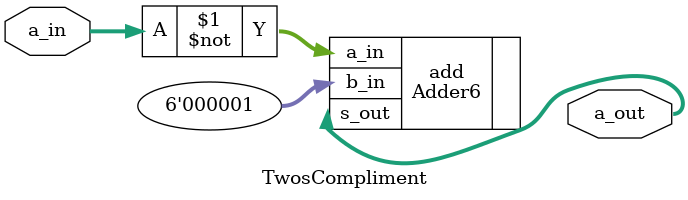
<source format=v>
module TwosCompliment(a_in, a_out);
  input  [5:0] a_in;
  output [5:0] a_out;

  Adder6 add(
    .a_in(~a_in),
    .b_in(6'b000001),
    .s_out(a_out)
  );

endmodule


</source>
